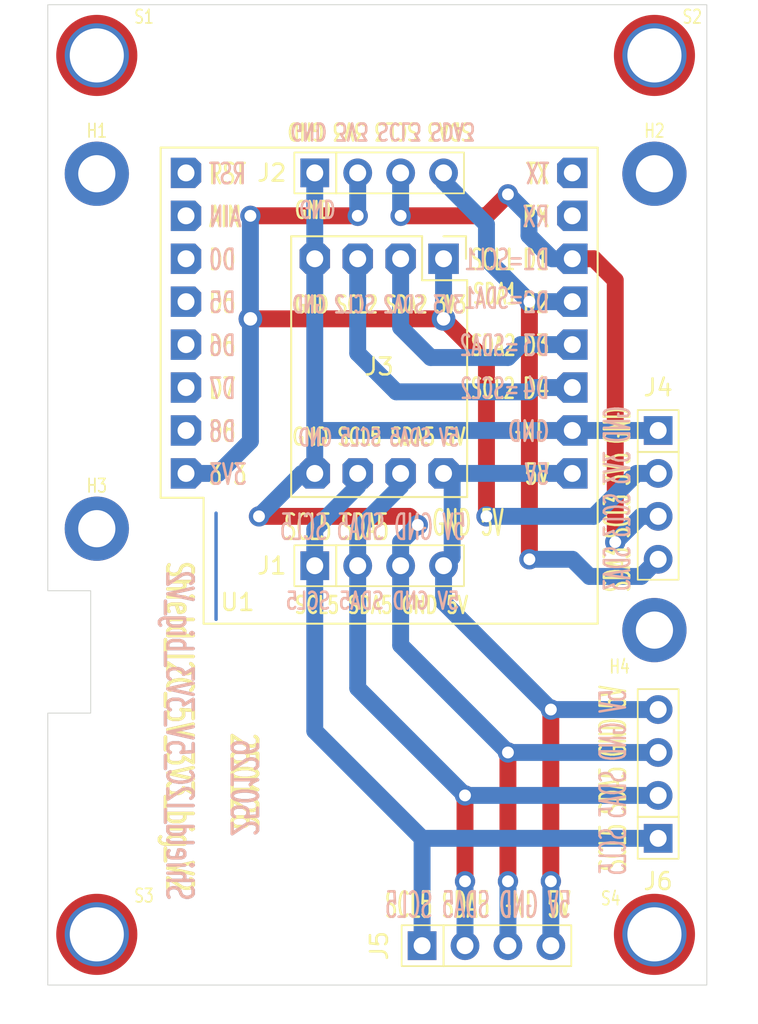
<source format=kicad_pcb>
(kicad_pcb (version 20240108) (generator "pcbnew") (generator_version "8.0")
  (layers (0 "F.Cu" signal) (31 "B.Cu" signal) (34 "B.Paste" user) (35 "F.Paste" user) (36 "B.SilkS" user "B.Silkscreen") (37 "F.SilkS" user "F.Silkscreen") (38 "B.Mask" user) (39 "F.Mask" user) (44 "Edge.Cuts" user))
  (net 0 "")
  (net 4 "/SDA3")
  (net 7 "/SCL3")
  (net 10 "/SCL5")
  (net 11 "/SDA5")
  (net 12 "/5V")
  (net 15 "/GND")
  (net 16 "/3V3")
  (net 17 "/SCL2")
  (net 18 "/SDA2")
  (footprint "_kh_library:Hole_3.2mm_M3_Pad_TopBottom_kh" (layer "F.Cu") (at 58.2 26.07)
    (property "Reference" "S2" (at 2.238 -2.286 0) (layer "F.SilkS") (effects (font (size 0.8 0.6) (thickness 0.1) (bold yes))))
    (property "Value" "MountingHole")
    (pad "1" thru_hole circle (at 0 0) (size 3.6 3.6) (drill 3.2) (layers "*.Cu" "*.Mask"))
    (pad "1" connect circle (at 0 0) (size 3.8 3.8) (layers "B.Cu" "B.Mask"))
    (pad "1" connect circle (at 0 0) (size 4.8 4.8) (layers "F.Cu" "F.Mask"))
  )
  (footprint "_kh_library:PinSocket_1x04_P2.54mm_Vertical_kh" (layer "F.Cu") (at 58.42 48.26)
    (property "Reference" "J4" (at 0 -2.54 0) (layer "F.SilkS"))
    (property "Value" "Conn_01x04_Socket")
    (fp_line (start -1.21 1.27) (end 1.21 1.27) (stroke (width 0.12)) (layer "F.SilkS"))
    (fp_rect (start -1.21 -1.21) (end 1.21 8.83) (stroke (width 0.1)) (fill none) (layer "F.SilkS"))
    (pad "1" thru_hole rect (at 0 0) (size 1.7 1.7) (drill 1) (layers "*.Cu" "*.Mask") (net 15 "/GND"))
    (pad "2" thru_hole oval (at 0 2.54) (size 1.7 1.7) (drill 1) (layers "*.Cu" "*.Mask") (net 16 "/3V3"))
    (pad "3" thru_hole oval (at 0 5.08) (size 1.7 1.7) (drill 1) (layers "*.Cu" "*.Mask") (net 7 "/SCL3"))
    (pad "4" thru_hole oval (at 0 7.62) (size 1.7 1.7) (drill 1) (layers "*.Cu" "*.Mask") (net 4 "/SDA3"))
  )
  (footprint "_kh_library:Converter_2x_3V3_5V" (layer "F.Cu") (at 45.72 38.1 -90)
    (property "Reference" "J3" (at 6.3835 3.81 180) (layer "F.SilkS"))
    (property "Value" "Converter_2x_3V3_5V")
    (fp_line (start -1.33 9.017) (end 14.097 9.017) (stroke (width 0.12)) (layer "F.SilkS"))
    (fp_line (start -1.33 1.27) (end -1.33 9.017) (stroke (width 0.12)) (layer "F.SilkS"))
    (fp_line (start -1.33 1.27) (end 1.27 1.27) (stroke (width 0.12)) (layer "F.SilkS"))
    (fp_line (start 1.27 1.27) (end 1.27 -1.397) (stroke (width 0.12)) (layer "F.SilkS"))
    (fp_line (start -1.33 0) (end -1.33 -1.33) (stroke (width 0.12)) (layer "F.SilkS"))
    (fp_line (start -1.33 -1.33) (end 0 -1.33) (stroke (width 0.12)) (layer "F.SilkS"))
    (fp_line (start 1.27 -1.397) (end 14.097 -1.397) (stroke (width 0.12)) (layer "F.SilkS"))
    (fp_line (start 14.097 -1.397) (end 14.097 9.017) (stroke (width 0.12)) (layer "F.SilkS"))
    (pad "1" thru_hole roundrect (at 0 0 270) (size 1.8 1.8) (drill 1) (layers "*.Cu" "*.Mask") (roundrect_rratio 0) (chamfer_ratio 0.2) (chamfer) (net 16 "/3V3"))
    (pad "2" thru_hole roundrect (at 0 2.54 270) (size 1.8 1.8) (drill 1) (layers "*.Cu" "*.Mask") (roundrect_rratio 0) (chamfer_ratio 0.2) (chamfer top_left top_right bottom_left bottom_right) (net 18 "/SDA2"))
    (pad "3" thru_hole roundrect (at 0 5.08 270) (size 1.8 1.8) (drill 1) (layers "*.Cu" "*.Mask") (roundrect_rratio 0) (chamfer_ratio 0.2) (chamfer top_left top_right bottom_left bottom_right) (net 17 "/SCL2"))
    (pad "4" thru_hole roundrect (at 0 7.62 270) (size 1.8 1.8) (drill 1) (layers "*.Cu" "*.Mask") (roundrect_rratio 0) (chamfer_ratio 0.2) (chamfer top_left top_right bottom_left bottom_right) (net 15 "/GND"))
    (pad "5" thru_hole roundrect (at 12.7 7.62 270) (size 1.8 1.8) (drill 1) (layers "*.Cu" "*.Mask") (roundrect_rratio 0) (chamfer_ratio 0.2) (chamfer top_left top_right bottom_left bottom_right) (net 15 "/GND"))
    (pad "6" thru_hole roundrect (at 12.7 5.08 270) (size 1.8 1.8) (drill 1) (layers "*.Cu" "*.Mask") (roundrect_rratio 0) (chamfer_ratio 0.2) (chamfer top_left top_right bottom_left bottom_right) (net 10 "/SCL5"))
    (pad "7" thru_hole roundrect (at 12.7 2.54 270) (size 1.8 1.8) (drill 1) (layers "*.Cu" "*.Mask") (roundrect_rratio 0) (chamfer_ratio 0.2) (chamfer top_left top_right bottom_left bottom_right) (net 11 "/SDA5"))
    (pad "8" thru_hole roundrect (at 12.7 0 270) (size 1.8 1.8) (drill 1) (layers "*.Cu" "*.Mask") (roundrect_rratio 0) (chamfer_ratio 0.2) (chamfer top_left top_right bottom_left bottom_right) (net 12 "/5V"))
  )
  (footprint "_kh_library:WEMOS_D1_mini_kh_shield_2" (layer "F.Cu") (at 30.48 33.02)
    (property "Reference" "U1" (at 3.048 25.4 0) (layer "F.SilkS"))
    (property "Value" "WeMos_D1_mini")
    (fp_line (start -1.5 19.22) (end -1.5 -1.4986) (stroke (width 0.12)) (layer "F.SilkS"))
    (fp_line (start -1.5 19.22) (end 1.04 19.22) (stroke (width 0.12)) (layer "F.SilkS"))
    (fp_line (start 1.04 19.22) (end 1.04 26.67) (stroke (width 0.12)) (layer "F.SilkS"))
    (fp_line (start 1.04 26.67) (end 24.36 26.67) (stroke (width 0.12)) (layer "F.SilkS"))
    (fp_line (start 24.3586 -1.4986) (end -1.5 -1.4986) (stroke (width 0.12)) (layer "F.SilkS"))
    (fp_line (start 24.36 26.67) (end 24.3586 -1.4986) (stroke (width 0.12)) (layer "F.SilkS"))
    (fp_text user "D1" (at 21.59 5.842 0) (layer "B.SilkS") (effects (font (size 1.2 0.8) (thickness 0.15) (bold yes)) (justify left bottom mirror)))
    (fp_text user "D0" (at 1.27 5.842 0) (layer "B.SilkS") (effects (font (size 1.2 0.8) (thickness 0.15) (bold yes)) (justify right bottom mirror)))
    (fp_text user "D7" (at 1.27 13.462 0) (layer "B.SilkS") (effects (font (size 1.2 0.8) (thickness 0.15) (bold yes)) (justify right bottom mirror)))
    (fp_text user "RX" (at 21.59 3.302 0) (layer "B.SilkS") (effects (font (size 1.2 0.8) (thickness 0.15) (bold yes)) (justify left bottom mirror)))
    (fp_text user "D2" (at 21.59 8.382 0) (layer "B.SilkS") (effects (font (size 1.2 0.8) (thickness 0.15) (bold yes)) (justify left bottom mirror)))
    (fp_text user "D6" (at 1.27 10.922 0) (layer "B.SilkS") (effects (font (size 1.2 0.8) (thickness 0.15) (bold yes)) (justify right bottom mirror)))
    (fp_text user "D5" (at 1.27 8.382 0) (layer "B.SilkS") (effects (font (size 1.2 0.8) (thickness 0.15) (bold yes)) (justify right bottom mirror)))
    (fp_text user "D3" (at 21.59 10.922 0) (layer "B.SilkS") (effects (font (size 1.2 0.8) (thickness 0.15) (bold yes)) (justify left bottom mirror)))
    (fp_text user "5V" (at 21.59 18.542 0) (layer "B.SilkS") (effects (font (size 1.2 0.8) (thickness 0.15) (bold yes)) (justify left bottom mirror)))
    (fp_text user "3V3" (at 1.27 18.542 0) (layer "B.SilkS") (effects (font (size 1.2 0.8) (thickness 0.15) (bold yes)) (justify right bottom mirror)))
    (fp_text user "RST" (at 1.27 0.762 0) (layer "B.SilkS") (effects (font (size 1.2 0.8) (thickness 0.15) (bold yes)) (justify right bottom mirror)))
    (fp_text user "AIN" (at 1.27 3.302 0) (layer "B.SilkS") (effects (font (size 1.2 0.8) (thickness 0.15) (bold yes)) (justify right bottom mirror)))
    (fp_text user "D8" (at 1.27 16.002 0) (layer "B.SilkS") (effects (font (size 1.2 0.8) (thickness 0.15) (bold yes)) (justify right bottom mirror)))
    (fp_text user "D4" (at 21.59 13.462 0) (layer "B.SilkS") (effects (font (size 1.2 0.8) (thickness 0.15) (bold yes)) (justify left bottom mirror)))
    (fp_text user "TX" (at 21.59 0.762 0) (layer "B.SilkS") (effects (font (size 1.2 0.8) (thickness 0.15) (bold yes)) (justify left bottom mirror)))
    (fp_text user "GND" (at 21.59 16.002 0) (layer "B.SilkS") (effects (font (size 1.2 0.8) (thickness 0.15) (bold yes)) (justify left bottom mirror)))
    (fp_text user "D0" (at 1.27 5.842 0) (layer "F.SilkS") (effects (font (size 1.2 0.8) (thickness 0.15) (bold yes)) (justify left bottom)))
    (fp_text user "D2" (at 21.59 8.382 0) (layer "F.SilkS") (effects (font (size 1.2 0.8) (thickness 0.15) (bold yes)) (justify right bottom)))
    (fp_text user "TX" (at 21.59 0.762 0) (layer "F.SilkS") (effects (font (size 1.2 0.8) (thickness 0.15) (bold yes)) (justify right bottom)))
    (fp_text user "D8" (at 1.27 16.002 0) (layer "F.SilkS") (effects (font (size 1.2 0.8) (thickness 0.15) (bold yes)) (justify left bottom)))
    (fp_text user "RST" (at 1.27 0.762 0) (layer "F.SilkS") (effects (font (size 1.2 0.8) (thickness 0.15) (bold yes)) (justify left bottom)))
    (fp_text user "D5" (at 1.27 8.382 0) (layer "F.SilkS") (effects (font (size 1.2 0.8) (thickness 0.15) (bold yes)) (justify left bottom)))
    (fp_text user "D7" (at 1.27 13.462 0) (layer "F.SilkS") (effects (font (size 1.2 0.8) (thickness 0.15) (bold yes)) (justify left bottom)))
    (fp_text user "GND" (at 21.59 16.002 0) (layer "F.SilkS") (effects (font (size 1.2 0.8) (thickness 0.15) (bold yes)) (justify right bottom)))
    (fp_text user "3V3" (at 1.27 18.542 0) (layer "F.SilkS") (effects (font (size 1.2 0.8) (thickness 0.15) (bold yes)) (justify left bottom)))
    (fp_text user "AIN" (at 1.27 3.302 0) (layer "F.SilkS") (effects (font (size 1.2 0.8) (thickness 0.15) (bold yes)) (justify left bottom)))
    (fp_text user "D4" (at 21.59 13.462 0) (layer "F.SilkS") (effects (font (size 1.2 0.8) (thickness 0.15) (bold yes)) (justify right bottom)))
    (fp_text user "RX" (at 21.59 3.302 0) (layer "F.SilkS") (effects (font (size 1.2 0.8) (thickness 0.15) (bold yes)) (justify right bottom)))
    (fp_text user "D6" (at 1.27 10.922 0) (layer "F.SilkS") (effects (font (size 1.2 0.8) (thickness 0.15) (bold yes)) (justify left bottom)))
    (fp_text user "D1" (at 21.59 5.842 0) (layer "F.SilkS") (effects (font (size 1.2 0.8) (thickness 0.15) (bold yes)) (justify right bottom)))
    (fp_text user "5V" (at 21.59 18.542 0) (layer "F.SilkS") (effects (font (size 1.2 0.8) (thickness 0.15) (bold yes)) (justify right bottom)))
    (fp_text user "D3" (at 21.59 10.922 0) (layer "F.SilkS") (effects (font (size 1.2 0.8) (thickness 0.15) (bold yes)) (justify right bottom)))
    (pad "1" thru_hole roundrect (at 0 0) (size 1.8 1.8) (drill 1) (layers "*.Cu" "*.Mask") (roundrect_rratio 0) (chamfer_ratio 0.2) (chamfer top_right bottom_right))
    (pad "2" thru_hole roundrect (at 0 2.54) (size 1.8 1.8) (drill 1) (layers "*.Cu" "*.Mask") (roundrect_rratio 0) (chamfer_ratio 0.2) (chamfer top_right bottom_right))
    (pad "3" thru_hole roundrect (at 0 5.08) (size 1.8 1.8) (drill 1) (layers "*.Cu" "*.Mask") (roundrect_rratio 0) (chamfer_ratio 0.2) (chamfer top_right bottom_right))
    (pad "4" thru_hole roundrect (at 0 7.62) (size 1.8 1.8) (drill 1) (layers "*.Cu" "*.Mask") (roundrect_rratio 0) (chamfer_ratio 0.2) (chamfer top_right bottom_right))
    (pad "5" thru_hole roundrect (at 0 10.16) (size 1.8 1.8) (drill 1) (layers "*.Cu" "*.Mask") (roundrect_rratio 0) (chamfer_ratio 0.2) (chamfer top_right bottom_right))
    (pad "6" thru_hole roundrect (at 0 12.7) (size 1.8 1.8) (drill 1) (layers "*.Cu" "*.Mask") (roundrect_rratio 0) (chamfer_ratio 0.2) (chamfer top_right bottom_right))
    (pad "7" thru_hole roundrect (at 0 15.24) (size 1.8 1.8) (drill 1) (layers "*.Cu" "*.Mask") (roundrect_rratio 0) (chamfer_ratio 0.2) (chamfer top_right bottom_right))
    (pad "8" thru_hole roundrect (at 0 17.78) (size 1.8 1.8) (drill 1) (layers "*.Cu" "*.Mask") (roundrect_rratio 0) (chamfer_ratio 0.2) (chamfer top_right bottom_right) (net 16 "/3V3"))
    (pad "9" thru_hole roundrect (at 22.86 17.78) (size 1.8 1.8) (drill 1) (layers "*.Cu" "*.Mask") (roundrect_rratio 0) (chamfer_ratio 0.2) (chamfer top_left bottom_left) (net 12 "/5V"))
    (pad "10" thru_hole roundrect (at 22.86 15.24) (size 1.8 1.8) (drill 1) (layers "*.Cu" "*.Mask") (roundrect_rratio 0) (chamfer_ratio 0.2) (chamfer top_left bottom_left) (net 15 "/GND"))
    (pad "11" thru_hole roundrect (at 22.86 12.7) (size 1.8 1.8) (drill 1) (layers "*.Cu" "*.Mask") (roundrect_rratio 0) (chamfer_ratio 0.2) (chamfer top_left bottom_left) (net 17 "/SCL2"))
    (pad "12" thru_hole roundrect (at 22.86 10.16) (size 1.8 1.8) (drill 1) (layers "*.Cu" "*.Mask") (roundrect_rratio 0) (chamfer_ratio 0.2) (chamfer top_left bottom_left) (net 18 "/SDA2"))
    (pad "13" thru_hole roundrect (at 22.86 7.62) (size 1.8 1.8) (drill 1) (layers "*.Cu" "*.Mask") (roundrect_rratio 0) (chamfer_ratio 0.2) (chamfer top_left bottom_left) (net 4 "/SDA3"))
    (pad "14" thru_hole roundrect (at 22.86 5.08) (size 1.8 1.8) (drill 1) (layers "*.Cu" "*.Mask") (roundrect_rratio 0) (chamfer_ratio 0.2) (chamfer top_left bottom_left) (net 7 "/SCL3"))
    (pad "15" thru_hole roundrect (at 22.86 2.54) (size 1.8 1.8) (drill 1) (layers "*.Cu" "*.Mask") (roundrect_rratio 0) (chamfer_ratio 0.2) (chamfer top_left bottom_left))
    (pad "16" thru_hole roundrect (at 22.86 0) (size 1.8 1.8) (drill 1) (layers "*.Cu" "*.Mask") (roundrect_rratio 0) (chamfer_ratio 0.2) (chamfer top_left bottom_left))
  )
  (footprint "_kh_library:PinSocket_1x04_P2.54mm_Vertical_kh" (layer "F.Cu") (at 38.1 33.02 90)
    (property "Reference" "J2" (at 0 -2.54 180) (layer "F.SilkS"))
    (property "Value" "Conn_01x04_Socket")
    (fp_line (start -1.21 1.27) (end 1.21 1.27) (stroke (width 0.12)) (layer "F.SilkS"))
    (fp_rect (start -1.21 -1.21) (end 1.21 8.83) (stroke (width 0.1)) (fill none) (layer "F.SilkS"))
    (pad "1" thru_hole rect (at 0 0 90) (size 1.7 1.7) (drill 1) (layers "*.Cu" "*.Mask") (net 15 "/GND"))
    (pad "2" thru_hole oval (at 0 2.54 90) (size 1.7 1.7) (drill 1) (layers "*.Cu" "*.Mask") (net 16 "/3V3"))
    (pad "3" thru_hole oval (at 0 5.08 90) (size 1.7 1.7) (drill 1) (layers "*.Cu" "*.Mask") (net 7 "/SCL3"))
    (pad "4" thru_hole oval (at 0 7.62 90) (size 1.7 1.7) (drill 1) (layers "*.Cu" "*.Mask") (net 4 "/SDA3"))
  )
  (footprint "_kh_library:Hole_3.2mm_M3_Pad_TopBottom_kh" (layer "F.Cu") (at 25.2 26.07)
    (property "Reference" "S1" (at 2.794 -2.286 0) (layer "F.SilkS") (effects (font (size 0.8 0.6) (thickness 0.1) (bold yes))))
    (property "Value" "MountingHole")
    (pad "1" thru_hole circle (at 0 0) (size 3.6 3.6) (drill 3.2) (layers "*.Cu" "*.Mask"))
    (pad "1" connect circle (at 0 0) (size 3.8 3.8) (layers "B.Cu" "B.Mask"))
    (pad "1" connect circle (at 0 0) (size 4.8 4.8) (layers "F.Cu" "F.Mask"))
  )
  (footprint "_kh_library:MountingHole_2.2mm_M2_Pad_TopBottom_kh" (layer "F.Cu") (at 25.2 33.07)
    (property "Reference" "H1" (at 0 -2.54 0) (layer "F.SilkS") (effects (font (size 0.8 0.6) (thickness 0.1) (bold yes))))
    (property "Value" "MountingHole")
    (pad "1" thru_hole circle (at 0 0) (size 2.6 2.6) (drill 2.2) (layers "*.Cu" "*.Mask"))
    (pad "1" connect circle (at 0 0) (size 3.8 3.8) (layers "F.Cu" "F.Mask"))
    (pad "1" connect circle (at 0 0) (size 3.8 3.8) (layers "B.Cu" "B.Mask"))
  )
  (footprint "_kh_library:MountingHole_2.2mm_M2_Pad_TopBottom_kh" (layer "F.Cu") (at 25.2 54.07)
    (property "Reference" "H3" (at 0 -2.54 0) (layer "F.SilkS") (effects (font (size 0.8 0.6) (thickness 0.1) (bold yes))))
    (property "Value" "MountingHole")
    (pad "1" thru_hole circle (at 0 0) (size 2.6 2.6) (drill 2.2) (layers "*.Cu" "*.Mask"))
    (pad "1" connect circle (at 0 0) (size 3.8 3.8) (layers "F.Cu" "F.Mask"))
    (pad "1" connect circle (at 0 0) (size 3.8 3.8) (layers "B.Cu" "B.Mask"))
  )
  (footprint "_kh_library:Hole_3.2mm_M3_Pad_TopBottom_kh" (layer "F.Cu") (at 25.2 78.07)
    (property "Reference" "S3" (at 2.794 -2.286 0) (layer "F.SilkS") (effects (font (size 0.8 0.6) (thickness 0.1) (bold yes))))
    (property "Value" "MountingHole")
    (pad "1" thru_hole circle (at 0 0) (size 3.6 3.6) (drill 3.2) (layers "*.Cu" "*.Mask"))
    (pad "1" connect circle (at 0 0) (size 3.8 3.8) (layers "B.Cu" "B.Mask"))
    (pad "1" connect circle (at 0 0) (size 4.8 4.8) (layers "F.Cu" "F.Mask"))
  )
  (footprint "_kh_library:PinSocket_1x04_P2.54mm_Vertical_kh" (layer "F.Cu") (at 58.42 72.39 180)
    (property "Reference" "J6" (at 0 -2.54 360) (layer "F.SilkS"))
    (property "Value" "Conn_01x04_Pin")
    (fp_line (start -1.21 1.27) (end 1.21 1.27) (stroke (width 0.12)) (layer "F.SilkS"))
    (fp_rect (start -1.21 -1.21) (end 1.21 8.83) (stroke (width 0.1)) (fill none) (layer "F.SilkS"))
    (pad "1" thru_hole rect (at 0 0 180) (size 1.7 1.7) (drill 1) (layers "*.Cu" "*.Mask") (net 10 "/SCL5"))
    (pad "2" thru_hole oval (at 0 2.54 180) (size 1.7 1.7) (drill 1) (layers "*.Cu" "*.Mask") (net 11 "/SDA5"))
    (pad "3" thru_hole oval (at 0 5.08 180) (size 1.7 1.7) (drill 1) (layers "*.Cu" "*.Mask") (net 15 "/GND"))
    (pad "4" thru_hole oval (at 0 7.62 180) (size 1.7 1.7) (drill 1) (layers "*.Cu" "*.Mask") (net 12 "/5V"))
  )
  (footprint "_kh_library:MountingHole_2.2mm_M2_Pad_TopBottom_kh" (layer "F.Cu") (at 58.2 33.07)
    (property "Reference" "H2" (at 0 -2.54 0) (layer "F.SilkS") (effects (font (size 0.8 0.6) (thickness 0.1) (bold yes))))
    (property "Value" "MountingHole")
    (pad "1" thru_hole circle (at 0 0) (size 2.6 2.6) (drill 2.2) (layers "*.Cu" "*.Mask"))
    (pad "1" connect circle (at 0 0) (size 3.8 3.8) (layers "F.Cu" "F.Mask"))
    (pad "1" connect circle (at 0 0) (size 3.8 3.8) (layers "B.Cu" "B.Mask"))
  )
  (footprint "_kh_library:Hole_3.2mm_M3_Pad_TopBottom_kh" (layer "F.Cu") (at 58.2 78.07)
    (property "Reference" "S4" (at -2.588 -2.124 0) (layer "F.SilkS") (effects (font (size 0.8 0.6) (thickness 0.1) (bold yes))))
    (property "Value" "MountingHole")
    (pad "1" thru_hole circle (at 0 0) (size 3.6 3.6) (drill 3.2) (layers "*.Cu" "*.Mask"))
    (pad "1" connect circle (at 0 0) (size 3.8 3.8) (layers "B.Cu" "B.Mask"))
    (pad "1" connect circle (at 0 0) (size 4.8 4.8) (layers "F.Cu" "F.Mask"))
  )
  (footprint "_kh_library:MountingHole_2.2mm_M2_Pad_TopBottom_kh" (layer "F.Cu") (at 58.2 60.07)
    (property "Reference" "H4" (at -2.066 2.16 0) (layer "F.SilkS") (effects (font (size 0.8 0.6) (thickness 0.1) (bold yes))))
    (property "Value" "MountingHole")
    (pad "1" thru_hole circle (at 0 0) (size 2.6 2.6) (drill 2.2) (layers "*.Cu" "*.Mask"))
    (pad "1" connect circle (at 0 0) (size 3.8 3.8) (layers "F.Cu" "F.Mask"))
    (pad "1" connect circle (at 0 0) (size 3.8 3.8) (layers "B.Cu" "B.Mask"))
  )
  (footprint "_kh_library:PinSocket_1x04_P2.54mm_Vertical_kh" (layer "F.Cu") (at 38.1 56.261 90)
    (property "Reference" "J1" (at 0 -2.54 180) (layer "F.SilkS"))
    (property "Value" "Conn_01x04_Pin")
    (fp_line (start -1.21 1.27) (end 1.21 1.27) (stroke (width 0.12)) (layer "F.SilkS"))
    (fp_rect (start -1.21 -1.21) (end 1.21 8.83) (stroke (width 0.1)) (fill none) (layer "F.SilkS"))
    (pad "1" thru_hole rect (at 0 0 90) (size 1.7 1.7) (drill 1) (layers "*.Cu" "*.Mask") (net 10 "/SCL5"))
    (pad "2" thru_hole oval (at 0 2.54 90) (size 1.7 1.7) (drill 1) (layers "*.Cu" "*.Mask") (net 11 "/SDA5"))
    (pad "3" thru_hole oval (at 0 5.08 90) (size 1.7 1.7) (drill 1) (layers "*.Cu" "*.Mask") (net 15 "/GND"))
    (pad "4" thru_hole oval (at 0 7.62 90) (size 1.7 1.7) (drill 1) (layers "*.Cu" "*.Mask") (net 12 "/5V"))
  )
  (footprint "_kh_library:PinSocket_1x04_P2.54mm_Vertical_kh" (layer "F.Cu") (at 44.45 78.74 90)
    (property "Reference" "J5" (at 0 -2.54 90) (layer "F.SilkS"))
    (property "Value" "Conn_01x04_Pin")
    (fp_line (start -1.21 1.27) (end 1.21 1.27) (stroke (width 0.12)) (layer "F.SilkS"))
    (fp_rect (start -1.21 -1.21) (end 1.21 8.83) (stroke (width 0.1)) (fill none) (layer "F.SilkS"))
    (pad "1" thru_hole rect (at 0 0 90) (size 1.7 1.7) (drill 1) (layers "*.Cu" "*.Mask") (net 10 "/SCL5"))
    (pad "2" thru_hole oval (at 0 2.54 90) (size 1.7 1.7) (drill 1) (layers "*.Cu" "*.Mask") (net 11 "/SDA5"))
    (pad "3" thru_hole oval (at 0 5.08 90) (size 1.7 1.7) (drill 1) (layers "*.Cu" "*.Mask") (net 15 "/GND"))
    (pad "4" thru_hole oval (at 0 7.62 90) (size 1.7 1.7) (drill 1) (layers "*.Cu" "*.Mask") (net 12 "/5V"))
  )
  (gr_line (start 32.258 53.1495) (end 32.258 59.436) (stroke (width 0.2)) (layer "B.Cu"))
  (gr_poly (pts (xy 22.3 23.07) (xy 61.3 23.07) (xy 61.3 81.07) (xy 22.3 81.07) (xy 22.3 64.98) (xy 24.84 64.98) (xy 24.84 57.741) (xy 22.3 57.741)) (stroke (width 0.05)) (fill none) (layer "Edge.Cuts"))
  (gr_text "Shield_I2C_5V_3V3_big_V2" (at 29.21 55.88 -90) (layer "F.Cu") (effects (font (size 1.5 1) (thickness 0.2) (bold yes)) (justify left bottom)))
  (gr_text "250126" (at 33.02 66.04 -90) (layer "F.Cu") (effects (font (size 1.5 1) (thickness 0.2) (bold yes)) (justify left bottom)))
  (gr_text "250126" (at 33.02 72.39 -90) (layer "B.Cu") (effects (font (size 1.5 1) (thickness 0.2) (bold yes)) (justify left bottom mirror)))
  (gr_text "Shield_I2C_5V_3V3_big_V2" (at 29.21 76.2 -90) (layer "B.Cu") (effects (font (size 1.5 1) (thickness 0.2) (bold yes)) (justify left bottom mirror)))
  (gr_text "3V3 SDA2 SCL2 GND" (at 46.99 41.402 0) (layer "B.SilkS") (effects (font (size 1 0.65)) (justify left bottom mirror)))
  (gr_text "=SDA1" (at 50.546 41.148 0) (layer "B.SilkS") (effects (font (size 1.2 0.7) (thickness 0.15) (bold yes)) (justify left bottom mirror)))
  (gr_text "5V GND SDA5 SCL5" (at 56.642 63.5 90) (layer "B.SilkS") (effects (font (size 1.5 0.75)) (justify left bottom mirror)))
  (gr_text "GND 3V3 SCL3 SDA3" (at 36.576 29.972 180) (layer "B.SilkS") (effects (font (size 1 0.7)) (justify left bottom mirror)))
  (gr_text "250126" (at 33.02 72.39 -90) (layer "B.SilkS") (effects (font (size 1.5 1) (thickness 0.2) (bold yes)) (justify left bottom mirror)))
  (gr_text "Shield_I2C_5V_3V3_big_V2" (at 29.21 76.2 -90) (layer "B.SilkS") (effects (font (size 1.5 1) (thickness 0.2) (bold yes)) (justify left bottom mirror)))
  (gr_text "5V SDA5 SCL5 GND" (at 46.736 49.276 0) (layer "B.SilkS") (effects (font (size 1 0.65)) (justify left bottom mirror)))
  (gr_text "5V GND SDA5 SCL5" (at 47.117 54.864 0) (layer "B.SilkS") (effects (font (size 1.5 0.75)) (justify left bottom mirror)))
  (gr_text "5V GND SDA5 SCL5" (at 46.736 58.928 0) (layer "B.SilkS") (effects (font (size 1 0.7)) (justify left bottom mirror)))
  (gr_text "=SCL1" (at 50.546 38.862 0) (layer "B.SilkS") (effects (font (size 1.2 0.7) (thickness 0.15) (bold yes)) (justify left bottom mirror)))
  (gr_text "=SCL2" (at 50.292 46.482 0) (layer "B.SilkS") (effects (font (size 1.2 0.7) (thickness 0.15) (bold yes)) (justify left bottom mirror)))
  (gr_text "GND" (at 37.084 34.544 180) (layer "B.SilkS") (effects (font (size 1 0.7)) (justify left bottom mirror)))
  (gr_text "=SDA2" (at 50.292 43.942 0) (layer "B.SilkS") (effects (font (size 1.2 0.7) (thickness 0.15) (bold yes)) (justify left bottom mirror)))
  (gr_text "GND 3V3 SCL3 SDA3" (at 56.896 46.736 90) (layer "B.SilkS") (effects (font (size 1.5 0.7)) (justify left bottom mirror)))
  (gr_text "5V GND SDA5 SCL5" (at 53.34 77.216 0) (layer "B.SilkS") (effects (font (size 1.5 0.75)) (justify left bottom mirror)))
  (gr_text "SCL2" (at 47.244 46.482 0) (layer "F.SilkS") (effects (font (size 1.2 0.7) (thickness 0.15) (bold yes)) (justify left bottom)))
  (gr_text "SCL5 SDA5 GND 5V" (at 42.164 77.216 0) (layer "F.SilkS") (effects (font (size 1.5 0.75)) (justify left bottom)))
  (gr_text "SCL5 SDA5" (at 36.195 54.864 0) (layer "F.SilkS") (effects (font (size 1.5 0.75)) (justify left bottom)))
  (gr_text "GND" (at 36.83 35.814 0) (layer "F.SilkS") (effects (font (size 1 0.7)) (justify left bottom)))
  (gr_text "GND 5V" (at 44.958 54.61 0) (layer "F.SilkS") (effects (font (size 1.5 0.75)) (justify left bottom)))
  (gr_text "SCL1" (at 47.244 38.862 0) (layer "F.SilkS") (effects (font (size 1.2 0.7) (thickness 0.15) (bold yes)) (justify left bottom)))
  (gr_text "250126" (at 33.02 66.04 -90) (layer "F.SilkS") (effects (font (size 1.5 1) (thickness 0.2) (bold yes)) (justify left bottom)))
  (gr_text "GND SCL2 SDA2 3V3" (at 36.83 41.402 0) (layer "F.SilkS") (effects (font (size 1 0.65)) (justify left bottom)))
  (gr_text "SCL5 SDA5 GND 5V" (at 36.83 59.182 0) (layer "F.SilkS") (effects (font (size 1 0.7)) (justify left bottom)))
  (gr_text "SCL5 SDA5 GND 5V" (at 56.642 74.422 90) (layer "F.SilkS") (effects (font (size 1.5 0.75)) (justify left bottom)))
  (gr_text "GND SCL5 SDA5 5V" (at 36.68 49.22 0) (layer "F.SilkS") (effects (font (size 1 0.7)) (justify left bottom)))
  (gr_text "SDA2" (at 47.244 43.942 0) (layer "F.SilkS") (effects (font (size 1.2 0.7) (thickness 0.15) (bold yes)) (justify left bottom)))
  (gr_text "Shield_I2C_5V_3V3_big_V2" (at 29.21 55.88 -90) (layer "F.SilkS") (effects (font (size 1.5 1) (thickness 0.2) (bold yes)) (justify left bottom)))
  (gr_text "SDA3 SCL3 3V3 GND" (at 56.896 57.912 90) (layer "F.SilkS") (effects (font (size 1.5 0.7)) (justify left bottom)))
  (gr_text "SDA3 SCL3 3V3 GND" (at 47.498 29.972 180) (layer "F.SilkS") (effects (font (size 1 0.7)) (justify left bottom)))
  (gr_text "SDA1" (at 47.371 40.894 0) (layer "F.SilkS") (effects (font (size 1.2 0.7) (thickness 0.15) (bold yes)) (justify left bottom)))
  (segment (start 50.8 40.64) (end 50.8 55.88) (width 1) (layer "F.Cu") (net 4))
  (via (at 50.8 55.88) (size 1.2) (drill 0.7) (layers "F.Cu" "B.Cu") (net 4))
  (via (at 50.8 40.64) (size 1.2) (drill 0.7) (layers "F.Cu" "B.Cu") (net 4))
  (segment (start 58.42 55.88) (end 57.404 56.896) (width 1) (layer "B.Cu") (net 4))
  (segment (start 45.72 33.02) (end 45.72 33.528) (width 1) (layer "B.Cu") (net 4))
  (segment (start 57.404 56.896) (end 54.356 56.896) (width 1) (layer "B.Cu") (net 4))
  (segment (start 54.356 56.896) (end 53.34 55.88) (width 1) (layer "B.Cu") (net 4))
  (segment (start 48.26 38.1) (end 50.8 40.64) (width 1) (layer "B.Cu") (net 4))
  (segment (start 45.72 33.528) (end 48.26 36.068) (width 1) (layer "B.Cu") (net 4))
  (segment (start 50.8 40.64) (end 53.34 40.64) (width 1) (layer "B.Cu") (net 4))
  (segment (start 53.34 55.88) (end 50.8 55.88) (width 1) (layer "B.Cu") (net 4))
  (segment (start 48.26 36.068) (end 48.26 38.1) (width 1) (layer "B.Cu") (net 4))
  (segment (start 43.18 35.56) (end 48.26 35.56) (width 1) (layer "F.Cu") (net 7))
  (segment (start 54.61 38.1) (end 53.34 38.1) (width 1) (layer "F.Cu") (net 7))
  (segment (start 55.88 54.864) (end 55.88 39.37) (width 1) (layer "F.Cu") (net 7))
  (segment (start 55.88 39.37) (end 54.61 38.1) (width 1) (layer "F.Cu") (net 7))
  (segment (start 48.26 35.56) (end 49.53 34.29) (width 1) (layer "F.Cu") (net 7))
  (via (at 49.53 34.29) (size 1.2) (drill 0.7) (layers "F.Cu" "B.Cu") (net 7))
  (via (at 43.18 35.56) (size 1.2) (drill 0.7) (layers "F.Cu" "B.Cu") (net 7))
  (via (at 55.88 54.864) (size 1.2) (drill 0.7) (layers "F.Cu" "B.Cu") (net 7))
  (segment (start 55.88 54.864) (end 57.404 53.34) (width 1) (layer "B.Cu") (net 7))
  (segment (start 43.18 33.02) (end 43.18 35.56) (width 1) (layer "B.Cu") (net 7))
  (segment (start 50.7746 36.7284) (end 50.7746 35.5346) (width 1) (layer "B.Cu") (net 7))
  (segment (start 52.1462 38.1) (end 53.2892 38.1) (width 1) (layer "B.Cu") (net 7))
  (segment (start 57.404 53.34) (end 58.42 53.34) (width 1) (layer "B.Cu") (net 7))
  (segment (start 50.7746 35.5346) (end 49.53 34.29) (width 1) (layer "B.Cu") (net 7))
  (segment (start 50.7746 36.7284) (end 52.1462 38.1) (width 1) (layer "B.Cu") (net 7))
  (segment (start 44.45 78.74) (end 44.45 72.39) (width 1) (layer "B.Cu") (net 10))
  (segment (start 38.1 56.261) (end 38.1 54.102) (width 1) (layer "B.Cu") (net 10))
  (segment (start 58.42 72.39) (end 44.45 72.39) (width 1) (layer "B.Cu") (net 10))
  (segment (start 40.64 51.562) (end 40.64 50.8) (width 1) (layer "B.Cu") (net 10))
  (segment (start 38.1 66.04) (end 38.1 56.261) (width 1) (layer "B.Cu") (net 10))
  (segment (start 38.1 54.102) (end 40.64 51.562) (width 1) (layer "B.Cu") (net 10))
  (segment (start 44.45 72.39) (end 38.1 66.04) (width 1) (layer "B.Cu") (net 10))
  (segment (start 46.99 69.85) (end 46.99 74.93) (width 1) (layer "F.Cu") (net 11))
  (via (at 46.99 69.85) (size 1.2) (drill 0.7) (layers "F.Cu" "B.Cu") (net 11))
  (via (at 46.99 74.93) (size 1.2) (drill 0.7) (layers "F.Cu" "B.Cu") (net 11))
  (segment (start 58.42 69.85) (end 46.99 69.85) (width 1) (layer "B.Cu") (net 11))
  (segment (start 43.18 51.562) (end 43.18 50.8) (width 1) (layer "B.Cu") (net 11))
  (segment (start 46.99 78.74) (end 46.99 74.93) (width 1) (layer "B.Cu") (net 11))
  (segment (start 46.99 69.85) (end 40.64 63.5) (width 1) (layer "B.Cu") (net 11))
  (segment (start 40.64 56.261) (end 40.64 54.102) (width 1) (layer "B.Cu") (net 11))
  (segment (start 40.64 63.5) (end 40.64 56.261) (width 1) (layer "B.Cu") (net 11))
  (segment (start 40.64 54.102) (end 43.18 51.562) (width 1) (layer "B.Cu") (net 11))
  (segment (start 52.07 64.77) (end 52.07 74.93) (width 1) (layer "F.Cu") (net 12))
  (via (at 52.07 64.77) (size 1.2) (drill 0.7) (layers "F.Cu" "B.Cu") (net 12))
  (via (at 52.07 74.93) (size 1.2) (drill 0.7) (layers "F.Cu" "B.Cu") (net 12))
  (segment (start 45.72 50.8) (end 53.2892 50.8) (width 1) (layer "B.Cu") (net 12))
  (segment (start 46.228 51.308) (end 45.72 50.8) (width 1) (layer "B.Cu") (net 12))
  (segment (start 52.07 78.74) (end 52.07 74.93) (width 1) (layer "B.Cu") (net 12))
  (segment (start 45.72 56.261) (end 46.228 55.753) (width 1) (layer "B.Cu") (net 12))
  (segment (start 52.07 64.77) (end 45.72 58.42) (width 1) (layer "B.Cu") (net 12))
  (segment (start 46.228 55.753) (end 46.228 51.308) (width 1) (layer "B.Cu") (net 12))
  (segment (start 45.72 58.42) (end 45.72 56.261) (width 1) (layer "B.Cu") (net 12))
  (segment (start 58.42 64.77) (end 52.07 64.77) (width 1) (layer "B.Cu") (net 12))
  (segment (start 43.688 53.34) (end 34.798 53.34) (width 1) (layer "F.Cu") (net 15))
  (segment (start 49.53 67.31) (end 49.53 74.93) (width 1) (layer "F.Cu") (net 15))
  (segment (start 44.196 53.848) (end 43.688 53.34) (width 1) (layer "F.Cu") (net 15))
  (via (at 49.53 74.93) (size 1.2) (drill 0.7) (layers "F.Cu" "B.Cu") (net 15))
  (via (at 34.798 53.34) (size 1.2) (drill 0.7) (layers "F.Cu" "B.Cu") (net 15))
  (via (at 49.53 67.31) (size 1.2) (drill 0.7) (layers "F.Cu" "B.Cu") (net 15))
  (via (at 44.196 53.848) (size 1.2) (drill 0.7) (layers "F.Cu" "B.Cu") (net 15))
  (segment (start 43.18 54.864) (end 44.196 53.848) (width 1) (layer "B.Cu") (net 15))
  (segment (start 43.18 56.261) (end 43.18 54.864) (width 1) (layer "B.Cu") (net 15))
  (segment (start 38.1 33.02) (end 38.1 38.1) (width 1) (layer "B.Cu") (net 15))
  (segment (start 53.2892 48.26) (end 38.1 48.26) (width 1) (layer "B.Cu") (net 15))
  (segment (start 38.1 48.26) (end 38.1 50.8) (width 1) (layer "B.Cu") (net 15))
  (segment (start 43.18 60.96) (end 43.18 56.261) (width 1) (layer "B.Cu") (net 15))
  (segment (start 58.42 48.26) (end 53.34 48.26) (width 1) (layer "B.Cu") (net 15))
  (segment (start 37.338 50.8) (end 34.798 53.34) (width 1) (layer "B.Cu") (net 15))
  (segment (start 49.53 78.74) (end 49.53 74.93) (width 1) (layer "B.Cu") (net 15))
  (segment (start 38.1 38.1) (end 38.1 48.26) (width 1) (layer "B.Cu") (net 15))
  (segment (start 38.1 50.8) (end 37.338 50.8) (width 1) (layer "B.Cu") (net 15))
  (segment (start 49.53 67.31) (end 43.18 60.96) (width 1) (layer "B.Cu") (net 15))
  (segment (start 58.42 67.31) (end 49.53 67.31) (width 1) (layer "B.Cu") (net 15))
  (segment (start 48.26 44.196) (end 45.72 41.656) (width 1) (layer "F.Cu") (net 16))
  (segment (start 45.72 41.656) (end 34.29 41.656) (width 1) (layer "F.Cu") (net 16))
  (segment (start 40.64 35.56) (end 34.29 35.56) (width 1) (layer "F.Cu") (net 16))
  (segment (start 48.26 53.34) (end 48.26 44.196) (width 1) (layer "F.Cu") (net 16))
  (via (at 40.64 35.56) (size 1.2) (drill 0.7) (layers "F.Cu" "B.Cu") (net 16))
  (via (at 48.26 53.34) (size 1.2) (drill 0.7) (layers "F.Cu" "B.Cu") (net 16))
  (via (at 34.29 35.56) (size 1.2) (drill 0.7) (layers "F.Cu" "B.Cu") (net 16))
  (via (at 45.72 41.656) (size 1.4) (drill 0.8) (layers "F.Cu" "B.Cu") (net 16))
  (via (at 34.29 41.656) (size 1.4) (drill 0.8) (layers "F.Cu" "B.Cu") (net 16))
  (segment (start 57.15 50.8) (end 54.61 53.34) (width 1) (layer "B.Cu") (net 16))
  (segment (start 58.42 50.8) (end 57.15 50.8) (width 1) (layer "B.Cu") (net 16))
  (segment (start 34.29 48.895) (end 32.385 50.8) (width 1) (layer "B.Cu") (net 16))
  (segment (start 54.61 53.34) (end 48.26 53.34) (width 1) (layer "B.Cu") (net 16))
  (segment (start 32.385 50.8) (end 30.4292 50.8) (width 1) (layer "B.Cu") (net 16))
  (segment (start 40.64 33.02) (end 40.64 35.56) (width 1) (layer "B.Cu") (net 16))
  (segment (start 34.29 35.56) (end 34.29 41.656) (width 1) (layer "B.Cu") (net 16))
  (segment (start 45.72 41.656) (end 45.72 38.1) (width 1) (layer "B.Cu") (net 16))
  (segment (start 34.29 41.656) (end 34.29 48.895) (width 1) (layer "B.Cu") (net 16))
  (segment (start 51.054 45.72) (end 50.8 45.974) (width 1) (layer "B.Cu") (net 17))
  (segment (start 53.2892 45.72) (end 51.054 45.72) (width 1) (layer "B.Cu") (net 17))
  (segment (start 50.8 45.974) (end 42.926 45.974) (width 1) (layer "B.Cu") (net 17))
  (segment (start 40.64 43.688) (end 40.64 38.1) (width 1) (layer "B.Cu") (net 17))
  (segment (start 42.926 45.974) (end 40.64 43.688) (width 1) (layer "B.Cu") (net 17))
  (segment (start 53.2892 43.18) (end 50.292 43.18) (width 1) (layer "B.Cu") (net 18))
  (segment (start 44.958 43.942) (end 43.18 42.164) (width 1) (layer "B.Cu") (net 18))
  (segment (start 43.18 42.164) (end 43.18 38.1) (width 1) (layer "B.Cu") (net 18))
  (segment (start 49.53 43.942) (end 44.958 43.942) (width 1) (layer "B.Cu") (net 18))
  (segment (start 50.292 43.18) (end 49.53 43.942) (width 1) (layer "B.Cu") (net 18))
)
</source>
